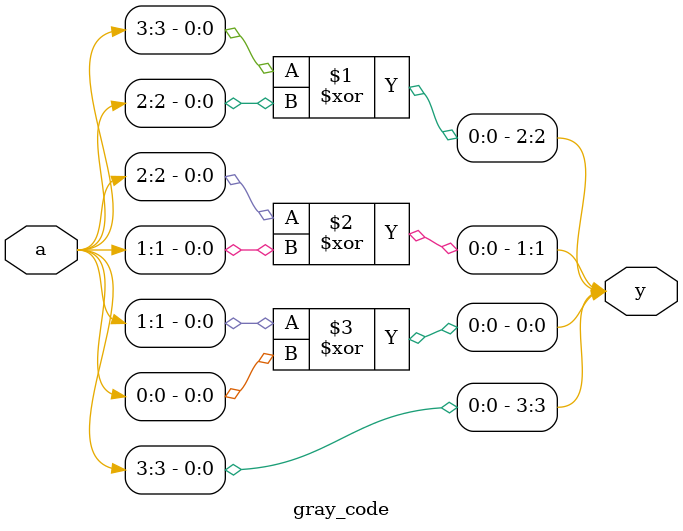
<source format=v>
module gray_code(y,a);
  output [3:0]y;
  input [3:0]a;
  assign y[3]=a[3];
  assign y[2]=a[3]^a[2];
  assign y[1]=a[2]^a[1];
  assign y[0]=a[1]^a[0];
endmodule

</source>
